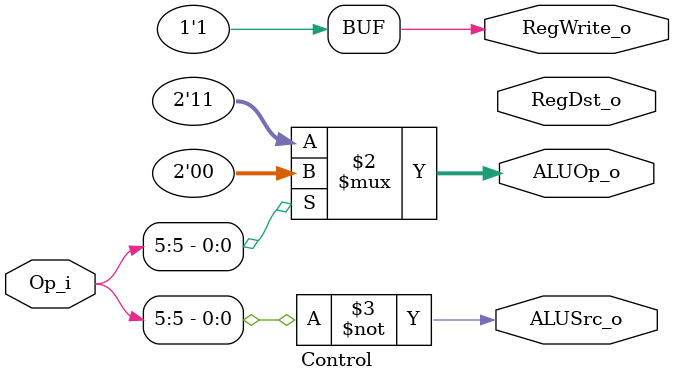
<source format=v>
module Control
(
    	Op_i,
    	RegDst_o,
    	ALUOp_o,
    	ALUSrc_o,
    	RegWrite_o
);

input [6:0] Op_i ;
output RegDst_o;
output [1:0] ALUOp_o;
output ALUSrc_o;
output RegWrite_o ;


assign  ALUOp_o = ~Op_i[5] ? 2'b11 : 2'b00 ;
assign ALUSrc_o = ~Op_i[5] ;
assign RegWrite_o = 1 ;

endmodule
 
</source>
